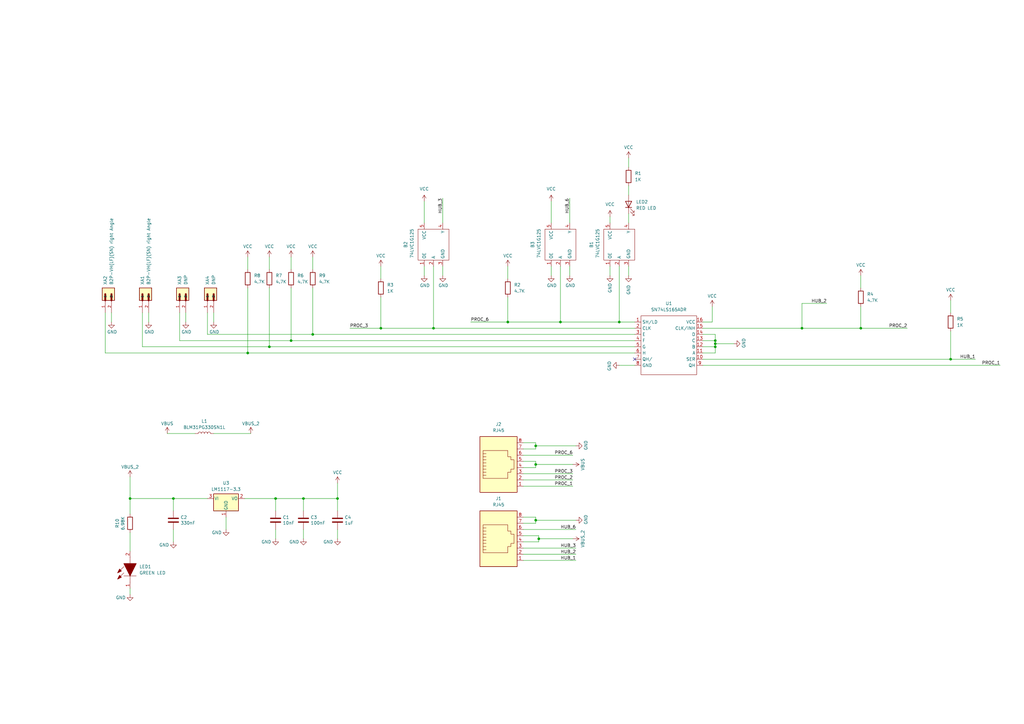
<source format=kicad_sch>
(kicad_sch (version 20231120) (generator "eeschema") (generator_version "8.0")
  (paper "A3")
  (lib_symbols
    (symbol "150080VS75000:150080VS75000" (pin_names (offset 0.762))
      (property "Reference" "LED" (at 12.7 8.89 0))
      (property "Value" "150080VS75000" (at 12.7 6.35 0))
      (symbol "150080VS75000_0_0"
        (pin passive line (at 0 0 0) (length 2.54) (name "~") (number "1"))
        (pin passive line (at 15.24 0 180) (length 2.54) (name "~") (number "2"))
      )
      (symbol "150080VS75000_0_1"
        (polyline (pts (xy 2.54 0) (xy 5.08 0)) (stroke (width 0.1524)))
        (polyline (pts (xy 5.08 2.54) (xy 5.08 -2.54)) (stroke (width 0.1524)))
        (polyline (pts (xy 6.35 2.54) (xy 3.81 5.08)) (stroke (width 0.1524)))
        (polyline (pts (xy 8.89 2.54) (xy 6.35 5.08)) (stroke (width 0.1524)))
        (polyline (pts (xy 10.16 0) (xy 12.7 0)) (stroke (width 0.1524)))
        (polyline (pts (xy 5.08 0) (xy 10.16 2.54) (xy 10.16 -2.54) (xy 5.08 0)) (stroke (width 0.254)) (fill (type outline)))
        (polyline (pts (xy 5.334 4.318) (xy 4.572 3.556) (xy 3.81 5.08) (xy 5.334 4.318)) (stroke (width 0.254)) (fill (type outline)))
        (polyline (pts (xy 7.874 4.318) (xy 7.112 3.556) (xy 6.35 5.08) (xy 7.874 4.318)) (stroke (width 0.254)) (fill (type outline)))
      )
    )
    (symbol "B2P-VH_LF__SN_:B2P-VH(LF)(SN)" (pin_names (offset 1.016))
      (property "Reference" "XA" (at -2.54 2.54 0))
      (property "Value" "B2P-VH(LF)(SN)" (at -2.54 -3.81 0))
      (symbol "B2P-VH(LF)(SN)_0_0"
        (rectangle (start -2.54 -2.54) (end 2.54 2.54) (stroke (width 0.254)) (fill (type background)))
        (polyline (pts (xy -2.54 -1.27) (xy 0 -1.27)) (stroke (width 0.762)))
        (polyline (pts (xy -2.54 1.27) (xy 0 1.27)) (stroke (width 0.762)))
        (pin passive line (at -7.62 1.27 0) (length 5.08) (name "1") (number "1"))
        (pin passive line (at -7.62 -1.27 0) (length 5.08) (name "2") (number "2"))
      )
    )
    (symbol "Connector:RJ45" (pin_names (offset 1.016))
      (property "Reference" "J" (at -5.08 13.97 0))
      (property "Value" "RJ45" (at 2.54 13.97 0))
      (symbol "RJ45_0_1"
        (polyline (pts (xy -5.08 4.445) (xy -6.35 4.445)))
        (polyline (pts (xy -5.08 5.715) (xy -6.35 5.715)))
        (polyline (pts (xy -6.35 -3.175) (xy -5.08 -3.175) (xy -5.08 -3.175)))
        (polyline (pts (xy -6.35 -1.905) (xy -5.08 -1.905) (xy -5.08 -1.905)))
        (polyline (pts (xy -6.35 -0.635) (xy -5.08 -0.635) (xy -5.08 -0.635)))
        (polyline (pts (xy -6.35 0.635) (xy -5.08 0.635) (xy -5.08 0.635)))
        (polyline (pts (xy -6.35 1.905) (xy -5.08 1.905) (xy -5.08 1.905)))
        (polyline (pts (xy -5.08 3.175) (xy -6.35 3.175) (xy -6.35 3.175)))
        (polyline (pts (xy -6.35 -4.445) (xy -6.35 6.985) (xy 3.81 6.985) (xy 3.81 4.445) (xy 5.08 4.445) (xy 5.08 3.175) (xy 6.35 3.175) (xy 6.35 -0.635) (xy 5.08 -0.635) (xy 5.08 -1.905) (xy 3.81 -1.905) (xy 3.81 -4.445) (xy -6.35 -4.445) (xy -6.35 -4.445)))
        (rectangle (start 7.62 12.7) (end -7.62 -10.16) (stroke (width 0.254)) (fill (type background)))
      )
      (symbol "RJ45_1_1"
        (pin passive line (at 10.16 -7.62 180) (length 2.54) (name "~") (number "1"))
        (pin passive line (at 10.16 -5.08 180) (length 2.54) (name "~") (number "2"))
        (pin passive line (at 10.16 -2.54 180) (length 2.54) (name "~") (number "3"))
        (pin passive line (at 10.16 0 180) (length 2.54) (name "~") (number "4"))
        (pin passive line (at 10.16 2.54 180) (length 2.54) (name "~") (number "5"))
        (pin passive line (at 10.16 5.08 180) (length 2.54) (name "~") (number "6"))
        (pin passive line (at 10.16 7.62 180) (length 2.54) (name "~") (number "7"))
        (pin passive line (at 10.16 10.16 180) (length 2.54) (name "~") (number "8"))
      )
    )
    (symbol "Device:C" (pin_numbers hide) (pin_names (offset 0.254))
      (property "Reference" "C" (at 0.635 2.54 0))
      (property "Value" "C" (at 0.635 -2.54 0))
      (symbol "C_0_1"
        (polyline (pts (xy -2.032 -0.762) (xy 2.032 -0.762)) (stroke (width 0.508)))
        (polyline (pts (xy -2.032 0.762) (xy 2.032 0.762)) (stroke (width 0.508)))
      )
      (symbol "C_1_1"
        (pin passive line (at 0 3.81 270) (length 2.794) (name "~") (number "1"))
        (pin passive line (at 0 -3.81 90) (length 2.794) (name "~") (number "2"))
      )
    )
    (symbol "Device:L" (pin_numbers hide) (pin_names (offset 1.016) hide)
      (property "Reference" "L" (at -1.27 0 90))
      (property "Value" "L" (at 1.905 0 90))
      (symbol "L_0_1"
        (arc (start 0 -2.54) (mid 0.6323 -1.905) (end 0 -1.27))
        (arc (start 0 -1.27) (mid 0.6323 -0.635) (end 0 0))
        (arc (start 0 0) (mid 0.6323 0.635) (end 0 1.27))
        (arc (start 0 1.27) (mid 0.6323 1.905) (end 0 2.54))
      )
      (symbol "L_1_1"
        (pin passive line (at 0 3.81 270) (length 1.27) (name "1") (number "1"))
        (pin passive line (at 0 -3.81 90) (length 1.27) (name "2") (number "2"))
      )
    )
    (symbol "Device:LED" (pin_numbers hide) (pin_names (offset 1.016) hide)
      (property "Reference" "D" (at 0 2.54 0))
      (property "Value" "LED" (at 0 -2.54 0))
      (symbol "LED_0_1"
        (polyline (pts (xy -1.27 -1.27) (xy -1.27 1.27)) (stroke (width 0.254)))
        (polyline (pts (xy -1.27 0) (xy 1.27 0)))
        (polyline (pts (xy 1.27 -1.27) (xy 1.27 1.27) (xy -1.27 0) (xy 1.27 -1.27)) (stroke (width 0.254)))
        (polyline (pts (xy -3.048 -0.762) (xy -4.572 -2.286) (xy -3.81 -2.286) (xy -4.572 -2.286) (xy -4.572 -1.524)))
        (polyline (pts (xy -1.778 -0.762) (xy -3.302 -2.286) (xy -2.54 -2.286) (xy -3.302 -2.286) (xy -3.302 -1.524)))
      )
      (symbol "LED_1_1"
        (pin passive line (at -3.81 0 0) (length 2.54) (name "K") (number "1"))
        (pin passive line (at 3.81 0 180) (length 2.54) (name "A") (number "2"))
      )
    )
    (symbol "Device:R" (pin_numbers hide) (pin_names (offset 0))
      (property "Reference" "R" (at 2.032 0 90))
      (property "Value" "R" (at 0 0 90))
      (symbol "R_0_1"
        (rectangle (start -1.016 -2.54) (end 1.016 2.54) (stroke (width 0.254)))
      )
      (symbol "R_1_1"
        (pin passive line (at 0 3.81 270) (length 1.27) (name "~") (number "1"))
        (pin passive line (at 0 -3.81 90) (length 1.27) (name "~") (number "2"))
      )
    )
    (symbol "Regulator_Linear:LM1117-3.3" (pin_names (offset 0.254))
      (property "Reference" "U" (at -3.81 3.175 0))
      (property "Value" "LM1117-3.3" (at 0 3.175 0))
      (symbol "LM1117-3.3_0_1"
        (rectangle (start -5.08 -5.08) (end 5.08 1.905) (stroke (width 0.254)) (fill (type background)))
      )
      (symbol "LM1117-3.3_1_1"
        (pin power_in line (at 0 -7.62 90) (length 2.54) (name "GND") (number "1"))
        (pin power_out line (at 7.62 0 180) (length 2.54) (name "VO") (number "2"))
        (pin power_in line (at -7.62 0 0) (length 2.54) (name "VI") (number "3"))
      )
    )
    (symbol "Symbol:74LVC1G125"
      (property "Reference" "U" (at 0 2.032 0))
      (property "Value" " 74LVC1G125" (at 0 0 0))
      (symbol "74LVC1G125_0_1"
        (rectangle (start -6.35 -2.54) (end 6.35 -15.24))
      )
      (symbol "74LVC1G125_1_1"
        (pin bidirectional line (at -8.89 -5.08 0) (length 2.54) (name "OE") (number "1"))
        (pin bidirectional line (at -8.89 -8.89 0) (length 2.54) (name "A") (number "2"))
        (pin bidirectional line (at -8.89 -12.7 0) (length 2.54) (name "GND") (number "3"))
        (pin bidirectional line (at 8.89 -12.7 180) (length 2.54) (name "Y") (number "4"))
        (pin bidirectional line (at 8.89 -5.08 180) (length 2.54) (name "VCC") (number "5"))
      )
    )
    (symbol "Symbol:SN74LS165ADR"
      (property "Reference" "U1" (at 0 7.62 0))
      (property "Value" "SN74LS165ADR" (at 0 5.08 0))
      (symbol "SN74LS165ADR_1_1"
        (rectangle (start -11.43 2.54) (end 11.43 -21.59))
        (pin bidirectional line (at -13.97 0 0) (length 2.54) (name "SH/LD") (number "1"))
        (pin bidirectional line (at 13.97 -15.24 180) (length 2.54) (name "SER") (number "10"))
        (pin bidirectional line (at 13.97 -12.7 180) (length 2.54) (name "A") (number "11"))
        (pin bidirectional line (at 13.97 -10.16 180) (length 2.54) (name "B") (number "12"))
        (pin bidirectional line (at 13.97 -7.62 180) (length 2.54) (name "C") (number "13"))
        (pin bidirectional line (at 13.97 -5.08 180) (length 2.54) (name "D") (number "14"))
        (pin bidirectional line (at 13.97 -2.54 180) (length 2.54) (name "CLK/INH") (number "15"))
        (pin bidirectional line (at 13.97 0 180) (length 2.54) (name "VCC") (number "16"))
        (pin bidirectional line (at -13.97 -2.54 0) (length 2.54) (name "CLK") (number "2"))
        (pin bidirectional line (at -13.97 -5.08 0) (length 2.54) (name "E") (number "3"))
        (pin bidirectional line (at -13.97 -7.62 0) (length 2.54) (name "F") (number "4"))
        (pin bidirectional line (at -13.97 -10.16 0) (length 2.54) (name "G") (number "5"))
        (pin bidirectional line (at -13.97 -12.7 0) (length 2.54) (name "H") (number "6"))
        (pin bidirectional line (at -13.97 -15.24 0) (length 2.54) (name "QH/") (number "7"))
        (pin bidirectional line (at -13.97 -17.78 0) (length 2.54) (name "GND") (number "8"))
        (pin bidirectional line (at 13.97 -17.78 180) (length 2.54) (name "QH") (number "9"))
      )
    )
    (symbol "power:GND" (power) (pin_names (offset 0))
      (property "Value" "GND" (at 0 -3.81 0))
      (symbol "GND_0_1"
        (polyline (pts (xy 0 0) (xy 0 -1.27) (xy 1.27 -1.27) (xy 0 -2.54) (xy -1.27 -1.27) (xy 0 -1.27)))
      )
      (symbol "GND_1_1"
        (pin power_in line (at 0 0 270) (length 0) hide (name "GND") (number "1"))
      )
    )
    (symbol "power:VBUS" (power) (pin_names (offset 0))
      (property "Value" "VBUS" (at 0 3.81 0))
      (symbol "VBUS_0_1"
        (polyline (pts (xy -0.762 1.27) (xy 0 2.54)))
        (polyline (pts (xy 0 0) (xy 0 2.54)))
        (polyline (pts (xy 0 2.54) (xy 0.762 1.27)))
      )
      (symbol "VBUS_1_1"
        (pin power_in line (at 0 0 90) (length 0) hide (name "VBUS") (number "1"))
      )
    )
    (symbol "power:VCC" (power) (pin_names (offset 0))
      (property "Value" "VCC" (at 0 3.81 0))
      (symbol "VCC_0_1"
        (polyline (pts (xy -0.762 1.27) (xy 0 2.54)))
        (polyline (pts (xy 0 0) (xy 0 2.54)))
        (polyline (pts (xy 0 2.54) (xy 0.762 1.27)))
      )
      (symbol "VCC_1_1"
        (pin power_in line (at 0 0 90) (length 0) hide (name "VCC") (number "1"))
      )
    )
  )
  (junction (at 220.98 220.98))
  (junction (at 293.37 142.24))
  (junction (at 219.71 190.5))
  (junction (at 110.49 142.24))
  (junction (at 53.34 204.47))
  (junction (at 128.27 137.16))
  (junction (at 208.28 132.08))
  (junction (at 219.71 213.36))
  (junction (at 219.71 182.88))
  (junction (at 71.12 204.47))
  (junction (at 254 132.08))
  (junction (at 177.8 134.62))
  (junction (at 156.21 134.62))
  (junction (at 113.03 204.47))
  (junction (at 229.87 132.08))
  (junction (at 101.6 144.78))
  (junction (at 138.43 204.47))
  (junction (at 119.38 139.7))
  (junction (at 293.37 140.97))
  (junction (at 389.89 147.32))
  (junction (at 353.06 134.62))
  (junction (at 293.37 139.7))
  (junction (at 328.93 134.62))
  (junction (at 124.46 204.47))
  (no_connect (at 260.35 147.32))
  (wire (pts (xy 53.34 243.84) (xy 53.34 241.3)))
  (wire (pts (xy 220.98 220.98) (xy 220.98 222.25)))
  (wire (pts (xy 101.6 144.78) (xy 260.35 144.78)))
  (wire (pts (xy 87.63 177.8) (xy 102.87 177.8)))
  (wire (pts (xy 110.49 105.41) (xy 110.49 110.49)))
  (wire (pts (xy 53.34 226.06) (xy 53.34 218.44)))
  (wire (pts (xy 119.38 105.41) (xy 119.38 110.49)))
  (wire (pts (xy 138.43 217.17) (xy 138.43 220.98)))
  (wire (pts (xy 124.46 217.17) (xy 124.46 220.98)))
  (wire (pts (xy 214.63 227.33) (xy 236.22 227.33)))
  (wire (pts (xy 71.12 217.17) (xy 71.12 222.25)))
  (wire (pts (xy 219.71 181.61) (xy 219.71 182.88)))
  (wire (pts (xy 156.21 121.92) (xy 156.21 134.62)))
  (wire (pts (xy 288.29 139.7) (xy 293.37 139.7)))
  (wire (pts (xy 234.95 186.69) (xy 214.63 186.69)))
  (wire (pts (xy 254 109.22) (xy 254 132.08)))
  (wire (pts (xy 138.43 204.47) (xy 138.43 209.55)))
  (wire (pts (xy 43.18 144.78) (xy 101.6 144.78)))
  (wire (pts (xy 58.42 142.24) (xy 110.49 142.24)))
  (wire (pts (xy 73.66 128.27) (xy 73.66 139.7)))
  (wire (pts (xy 177.8 109.22) (xy 177.8 134.62)))
  (wire (pts (xy 173.99 91.44) (xy 173.99 82.55)))
  (wire (pts (xy 288.29 149.86) (xy 410.21 149.86)))
  (wire (pts (xy 214.63 196.85) (xy 234.95 196.85)))
  (wire (pts (xy 110.49 118.11) (xy 110.49 142.24)))
  (wire (pts (xy 389.89 135.89) (xy 389.89 147.32)))
  (wire (pts (xy 339.09 124.46) (xy 328.93 124.46)))
  (wire (pts (xy 85.09 137.16) (xy 128.27 137.16)))
  (wire (pts (xy 233.68 81.28) (xy 233.68 91.44)))
  (wire (pts (xy 220.98 220.98) (xy 234.95 220.98)))
  (wire (pts (xy 181.61 81.28) (xy 181.61 91.44)))
  (wire (pts (xy 353.06 125.73) (xy 353.06 134.62)))
  (wire (pts (xy 101.6 105.41) (xy 101.6 110.49)))
  (wire (pts (xy 257.81 76.2) (xy 257.81 80.01)))
  (wire (pts (xy 220.98 219.71) (xy 220.98 220.98)))
  (wire (pts (xy 214.63 189.23) (xy 219.71 189.23)))
  (wire (pts (xy 236.22 213.36) (xy 219.71 213.36)))
  (wire (pts (xy 229.87 109.22) (xy 229.87 132.08)))
  (wire (pts (xy 87.63 132.08) (xy 87.63 128.27)))
  (wire (pts (xy 293.37 139.7) (xy 293.37 140.97)))
  (wire (pts (xy 101.6 118.11) (xy 101.6 144.78)))
  (wire (pts (xy 60.96 128.27) (xy 60.96 132.08)))
  (wire (pts (xy 68.58 177.8) (xy 80.01 177.8)))
  (wire (pts (xy 389.89 147.32) (xy 400.05 147.32)))
  (wire (pts (xy 124.46 204.47) (xy 138.43 204.47)))
  (wire (pts (xy 138.43 198.12) (xy 138.43 204.47)))
  (wire (pts (xy 128.27 118.11) (xy 128.27 137.16)))
  (wire (pts (xy 208.28 109.22) (xy 208.28 114.3)))
  (wire (pts (xy 73.66 139.7) (xy 119.38 139.7)))
  (wire (pts (xy 219.71 190.5) (xy 219.71 191.77)))
  (wire (pts (xy 328.93 124.46) (xy 328.93 134.62)))
  (wire (pts (xy 76.2 132.08) (xy 76.2 128.27)))
  (wire (pts (xy 293.37 137.16) (xy 293.37 139.7)))
  (wire (pts (xy 173.99 113.03) (xy 173.99 109.22)))
  (wire (pts (xy 236.22 224.79) (xy 214.63 224.79)))
  (wire (pts (xy 257.81 64.77) (xy 257.81 68.58)))
  (wire (pts (xy 156.21 134.62) (xy 177.8 134.62)))
  (wire (pts (xy 193.04 132.08) (xy 208.28 132.08)))
  (wire (pts (xy 71.12 209.55) (xy 71.12 204.47)))
  (wire (pts (xy 229.87 132.08) (xy 254 132.08)))
  (wire (pts (xy 219.71 213.36) (xy 219.71 214.63)))
  (wire (pts (xy 53.34 204.47) (xy 53.34 210.82)))
  (wire (pts (xy 181.61 113.03) (xy 181.61 109.22)))
  (wire (pts (xy 226.06 113.03) (xy 226.06 109.22)))
  (wire (pts (xy 236.22 217.17) (xy 214.63 217.17)))
  (wire (pts (xy 113.03 217.17) (xy 113.03 220.98)))
  (wire (pts (xy 219.71 212.09) (xy 219.71 213.36)))
  (wire (pts (xy 128.27 105.41) (xy 128.27 110.49)))
  (wire (pts (xy 214.63 214.63) (xy 219.71 214.63)))
  (wire (pts (xy 219.71 184.15) (xy 214.63 184.15)))
  (wire (pts (xy 128.27 137.16) (xy 260.35 137.16)))
  (wire (pts (xy 85.09 128.27) (xy 85.09 137.16)))
  (wire (pts (xy 124.46 209.55) (xy 124.46 204.47)))
  (wire (pts (xy 143.51 134.62) (xy 156.21 134.62)))
  (wire (pts (xy 71.12 204.47) (xy 85.09 204.47)))
  (wire (pts (xy 257.81 87.63) (xy 257.81 91.44)))
  (wire (pts (xy 100.33 204.47) (xy 113.03 204.47)))
  (wire (pts (xy 58.42 128.27) (xy 58.42 142.24)))
  (wire (pts (xy 214.63 199.39) (xy 234.95 199.39)))
  (wire (pts (xy 293.37 142.24) (xy 293.37 144.78)))
  (wire (pts (xy 288.29 147.32) (xy 389.89 147.32)))
  (wire (pts (xy 220.98 219.71) (xy 214.63 219.71)))
  (wire (pts (xy 219.71 189.23) (xy 219.71 190.5)))
  (wire (pts (xy 288.29 134.62) (xy 328.93 134.62)))
  (wire (pts (xy 328.93 134.62) (xy 353.06 134.62)))
  (wire (pts (xy 156.21 109.22) (xy 156.21 114.3)))
  (wire (pts (xy 254 149.86) (xy 260.35 149.86)))
  (wire (pts (xy 236.22 182.88) (xy 219.71 182.88)))
  (wire (pts (xy 119.38 139.7) (xy 260.35 139.7)))
  (wire (pts (xy 234.95 190.5) (xy 219.71 190.5)))
  (wire (pts (xy 353.06 113.03) (xy 353.06 118.11)))
  (wire (pts (xy 254 132.08) (xy 260.35 132.08)))
  (wire (pts (xy 219.71 191.77) (xy 214.63 191.77)))
  (wire (pts (xy 292.1 132.08) (xy 292.1 125.73)))
  (wire (pts (xy 233.68 113.03) (xy 233.68 109.22)))
  (wire (pts (xy 113.03 209.55) (xy 113.03 204.47)))
  (wire (pts (xy 119.38 118.11) (xy 119.38 139.7)))
  (wire (pts (xy 250.19 113.03) (xy 250.19 109.22)))
  (wire (pts (xy 43.18 128.27) (xy 43.18 144.78)))
  (wire (pts (xy 53.34 204.47) (xy 71.12 204.47)))
  (wire (pts (xy 208.28 132.08) (xy 229.87 132.08)))
  (wire (pts (xy 288.29 137.16) (xy 293.37 137.16)))
  (wire (pts (xy 214.63 194.31) (xy 234.95 194.31)))
  (wire (pts (xy 92.71 212.09) (xy 92.71 217.17)))
  (wire (pts (xy 353.06 134.62) (xy 372.11 134.62)))
  (wire (pts (xy 226.06 91.44) (xy 226.06 82.55)))
  (wire (pts (xy 214.63 229.87) (xy 236.22 229.87)))
  (wire (pts (xy 110.49 142.24) (xy 260.35 142.24)))
  (wire (pts (xy 293.37 140.97) (xy 293.37 142.24)))
  (wire (pts (xy 288.29 144.78) (xy 293.37 144.78)))
  (wire (pts (xy 208.28 121.92) (xy 208.28 132.08)))
  (wire (pts (xy 293.37 140.97) (xy 300.99 140.97)))
  (wire (pts (xy 389.89 123.19) (xy 389.89 128.27)))
  (wire (pts (xy 288.29 142.24) (xy 293.37 142.24)))
  (wire (pts (xy 219.71 181.61) (xy 214.63 181.61)))
  (wire (pts (xy 250.19 91.44) (xy 250.19 88.9)))
  (wire (pts (xy 177.8 134.62) (xy 260.35 134.62)))
  (wire (pts (xy 288.29 132.08) (xy 292.1 132.08)))
  (wire (pts (xy 214.63 222.25) (xy 220.98 222.25)))
  (wire (pts (xy 257.81 113.03) (xy 257.81 109.22)))
  (wire (pts (xy 113.03 204.47) (xy 124.46 204.47)))
  (wire (pts (xy 53.34 195.58) (xy 53.34 204.47)))
  (wire (pts (xy 219.71 182.88) (xy 219.71 184.15)))
  (wire (pts (xy 45.72 128.27) (xy 45.72 132.08)))
  (wire (pts (xy 219.71 212.09) (xy 214.63 212.09)))
  (label "PROC_6" (at 234.95 186.69 180))
  (label "PROC_1" (at 410.21 149.86 180))
  (label "PROC_6" (at 193.04 132.08 0))
  (label "HUB_6" (at 233.68 81.28 270))
  (label "HUB_1" (at 236.22 229.87 180))
  (label "PROC_2" (at 372.11 134.62 180))
  (label "HUB_3" (at 236.22 224.79 180))
  (label "PROC_3" (at 234.95 194.31 180))
  (label "PROC_1" (at 234.95 199.39 180))
  (label "HUB_2" (at 236.22 227.33 180))
  (label "HUB_3" (at 181.61 81.28 270))
  (label "PROC_2" (at 234.95 196.85 180))
  (label "HUB_2" (at 339.09 124.46 180))
  (label "PROC_3" (at 143.51 134.62 0))
  (label "HUB_1" (at 400.05 147.32 180))
  (label "HUB_6" (at 236.22 217.17 180))
  (symbol (lib_id "power:VBUS") (at 68.58 177.8 0) (unit 1)
    (property "Reference" "#PWR026" (effects (hide yes)))
    (property "Value" "VBUS" (at 68.58 173.736 0))
  )
  (symbol (lib_id "B2P-VH_LF__SN_:B2P-VH(LF)(SN)") (at 74.93 120.65 90) (unit 1)
    (property "Reference" "XA3" (at 73.6599 116.84 0) (effects (justify left)))
    (property "Value" "DNP" (at 76.1999 116.84 0) (effects (justify left)))
    (property "Footprint" "Connector_Hirose:Hirose_DF63M-2P-3.96DSA_1x02_P3.96mm_Vertical" (effects (hide yes)))
    (property "MANUFACTURER" "JST" (effects (hide yes)))
  )
  (symbol (lib_id "Device:R") (at 389.89 132.08 0) (unit 1)
    (property "Reference" "R5" (at 392.43 130.8099 0) (effects (justify left)))
    (property "Value" "1K" (at 392.43 133.3499 0) (effects (justify left)))
    (property "Footprint" "Resistor_SMD:R_0603_1608Metric" (effects (hide yes)))
    (property "Description" "Resistor" (effects (hide yes)))
  )
  (symbol (lib_id "power:GND") (at 236.22 182.88 90) (unit 1)
    (property "Reference" "#PWR034" (effects (hide yes)))
    (property "Value" "GND" (at 240.284 182.626 0))
    (property "Description" "Power symbol creates a global label with name \"GND\" , ground" (effects (hide yes)))
  )
  (symbol (lib_id "B2P-VH_LF__SN_:B2P-VH(LF)(SN)") (at 86.36 120.65 90) (unit 1)
    (property "Reference" "XA4" (at 85.0899 116.84 0) (effects (justify left)))
    (property "Value" "DNP" (at 87.6299 116.84 0) (effects (justify left)))
    (property "Footprint" "Connector_Hirose:Hirose_DF63M-2P-3.96DSA_1x02_P3.96mm_Vertical" (effects (hide yes)))
    (property "MANUFACTURER" "JST" (effects (hide yes)))
  )
  (symbol (lib_id "power:VCC") (at 226.06 82.55 0) (unit 1)
    (property "Reference" "#PWR07" (effects (hide yes)))
    (property "Value" "VCC" (at 226.06 77.47 0))
    (property "Description" "Power symbol creates a global label with name \"VCC\"" (effects (hide yes)))
  )
  (symbol (lib_id "power:VCC") (at 110.49 105.41 0) (unit 1)
    (property "Reference" "#PWR017" (effects (hide yes)))
    (property "Value" "VCC" (at 110.49 101.092 0))
    (property "Description" "Power symbol creates a global label with name \"VCC\"" (effects (hide yes)))
  )
  (symbol (lib_id "Device:R") (at 101.6 114.3 0) (unit 1)
    (property "Reference" "R8" (at 104.14 113.0299 0) (effects (justify left)))
    (property "Value" "4.7K" (at 104.14 115.5699 0) (effects (justify left)))
    (property "Footprint" "Resistor_SMD:R_0603_1608Metric" (effects (hide yes)))
    (property "Description" "Resistor" (effects (hide yes)))
  )
  (symbol (lib_id "power:GND") (at 254 149.86 270) (unit 1)
    (property "Reference" "#PWR024" (effects (hide yes)))
    (property "Value" "GND" (at 249.936 150.114 0))
    (property "Description" "Power symbol creates a global label with name \"GND\" , ground" (effects (hide yes)))
  )
  (symbol (lib_id "power:GND") (at 236.22 213.36 90) (unit 1)
    (property "Reference" "#PWR036" (effects (hide yes)))
    (property "Value" "GND" (at 240.284 213.106 0))
    (property "Description" "Power symbol creates a global label with name \"GND\" , ground" (effects (hide yes)))
  )
  (symbol (lib_id "power:VCC") (at 128.27 105.41 0) (unit 1)
    (property "Reference" "#PWR019" (effects (hide yes)))
    (property "Value" "VCC" (at 128.27 101.092 0))
    (property "Description" "Power symbol creates a global label with name \"VCC\"" (effects (hide yes)))
  )
  (symbol (lib_id "150080VS75000:150080VS75000") (at 53.34 241.3 90) (unit 1)
    (property "Reference" "LED1" (at 57.15 232.4099 90) (effects (justify right)))
    (property "Value" "GREEN LED" (at 57.15 234.9499 90) (effects (justify right)))
    (property "Footprint" "LED_SMD:LED_0805_2012Metric" (effects (hide yes)))
  )
  (symbol (lib_id "power:GND") (at 250.19 113.03 0) (unit 1)
    (property "Reference" "#PWR02" (effects (hide yes)))
    (property "Value" "GND" (at 250.19 118.11 90))
    (property "Description" "Power symbol creates a global label with name \"GND\" , ground" (effects (hide yes)))
  )
  (symbol (lib_id "power:VCC") (at 156.21 109.22 0) (unit 1)
    (property "Reference" "#PWR09" (effects (hide yes)))
    (property "Value" "VCC" (at 156.21 104.902 0))
    (property "Description" "Power symbol creates a global label with name \"VCC\"" (effects (hide yes)))
  )
  (symbol (lib_id "power:GND") (at 226.06 113.03 0) (unit 1)
    (property "Reference" "#PWR06" (effects (hide yes)))
    (property "Value" "GND" (at 226.314 117.094 0))
    (property "Description" "Power symbol creates a global label with name \"GND\" , ground" (effects (hide yes)))
  )
  (symbol (lib_id "Device:LED") (at 257.81 83.82 90) (unit 1)
    (property "Reference" "LED2" (at 260.858 82.804 90) (effects (justify right)))
    (property "Value" "RED LED" (at 260.858 85.344 90) (effects (justify right)))
    (property "Footprint" "LED_SMD:LED_0805_2012Metric" (effects (hide yes)))
  )
  (symbol (lib_id "power:GND") (at 53.34 243.84 0) (unit 1)
    (property "Reference" "#PWR029" (effects (hide yes)))
    (property "Value" "GND" (at 49.53 245.11 0))
  )
  (symbol (lib_id "Device:R") (at 119.38 114.3 0) (unit 1)
    (property "Reference" "R6" (at 121.92 113.0299 0) (effects (justify left)))
    (property "Value" "4.7K" (at 121.92 115.5699 0) (effects (justify left)))
    (property "Footprint" "Resistor_SMD:R_0603_1608Metric" (effects (hide yes)))
    (property "Description" "Resistor" (effects (hide yes)))
  )
  (symbol (lib_id "power:VCC") (at 208.28 109.22 0) (unit 1)
    (property "Reference" "#PWR08" (effects (hide yes)))
    (property "Value" "VCC" (at 208.28 104.902 0))
    (property "Description" "Power symbol creates a global label with name \"VCC\"" (effects (hide yes)))
  )
  (symbol (lib_id "Device:R") (at 257.81 72.39 0) (unit 1)
    (property "Reference" "R1" (at 260.35 71.1199 0) (effects (justify left)))
    (property "Value" "1K" (at 260.35 73.6599 0) (effects (justify left)))
    (property "Footprint" "Resistor_SMD:R_0603_1608Metric" (effects (hide yes)))
    (property "Description" "Resistor" (effects (hide yes)))
  )
  (symbol (lib_id "power:VCC") (at 250.19 88.9 0) (unit 1)
    (property "Reference" "#PWR04" (effects (hide yes)))
    (property "Value" "VCC" (at 250.19 83.82 0))
    (property "Description" "Power symbol creates a global label with name \"VCC\"" (effects (hide yes)))
  )
  (symbol (lib_id "Regulator_Linear:LM1117-3.3") (at 92.71 204.47 0) (unit 1)
    (property "Reference" "U3" (at 92.71 198.12 0))
    (property "Value" "LM1117-3.3" (at 92.71 200.66 0))
    (property "Footprint" "Package_TO_SOT_SMD:SOT-223-3_TabPin2" (effects (hide yes)))
    (property "Datasheet" "http://www.ti.com/lit/ds/symlink/lm1117.pdf" (effects (hide yes)))
  )
  (symbol (lib_id "Symbol:74LVC1G125") (at 168.91 100.33 90) (unit 1)
    (property "Reference" "B2" (at 166.37 100.33 0))
    (property "Value" " 74LVC1G125" (at 168.91 100.33 0))
    (property "Footprint" "Package_TO_SOT_SMD:SOT-353_SC-70-5" (effects (hide yes)))
    (property "Datasheet" "https://www.ti.com/lit/ds/symlink/sn74lvc1g125.pdf?HQS=dis-dk-null-digikeymode-dsf-pf-null-wwe&ts=1720731734371&ref_url=https%253A%252F%252Fwww.ti.com%252Fgeneral%252Fdocs%252Fsuppproductinfo.tsp%253FdistId%253D10%2526gotoUrl%253Dhttps%253A%252F%252Fwww.ti.com%252Flit%252Fgpn%252Fsn74lvc1g125" (effects (hide yes)))
  )
  (symbol (lib_id "power:GND") (at 92.71 217.17 0) (unit 1)
    (property "Reference" "#PWR037" (effects (hide yes)))
    (property "Value" "GND" (at 88.9 218.44 0))
  )
  (symbol (lib_id "power:GND") (at 71.12 222.25 0) (unit 1)
    (property "Reference" "#PWR038" (effects (hide yes)))
    (property "Value" "GND" (at 67.31 223.52 0))
  )
  (symbol (lib_id "power:GND") (at 181.61 113.03 0) (unit 1)
    (property "Reference" "#PWR012" (effects (hide yes)))
    (property "Value" "GND" (at 183.896 117.094 0) (effects (justify right)))
    (property "Description" "Power symbol creates a global label with name \"GND\" , ground" (effects (hide yes)))
  )
  (symbol (lib_id "Device:C") (at 124.46 213.36 0) (unit 1)
    (property "Reference" "C3" (at 127.381 212.1916 0) (effects (justify left)))
    (property "Value" "100nF" (at 127.381 214.503 0) (effects (justify left)))
    (property "Footprint" "Capacitor_SMD:C_0603_1608Metric" (effects (hide yes)))
  )
  (symbol (lib_id "Device:C") (at 71.12 213.36 0) (unit 1)
    (property "Reference" "C2" (at 74.041 212.1916 0) (effects (justify left)))
    (property "Value" "330nF" (at 74.041 214.503 0) (effects (justify left)))
    (property "Footprint" "Capacitor_SMD:C_0603_1608Metric" (effects (hide yes)))
  )
  (symbol (lib_id "power:GND") (at 113.03 220.98 0) (unit 1)
    (property "Reference" "#PWR032" (effects (hide yes)))
    (property "Value" "GND" (at 109.22 222.25 0))
  )
  (symbol (lib_id "power:VCC") (at 173.99 82.55 0) (unit 1)
    (property "Reference" "#PWR010" (effects (hide yes)))
    (property "Value" "VCC" (at 173.99 77.47 0))
    (property "Description" "Power symbol creates a global label with name \"VCC\"" (effects (hide yes)))
  )
  (symbol (lib_id "power:VCC") (at 119.38 105.41 0) (unit 1)
    (property "Reference" "#PWR016" (effects (hide yes)))
    (property "Value" "VCC" (at 119.38 101.092 0))
    (property "Description" "Power symbol creates a global label with name \"VCC\"" (effects (hide yes)))
  )
  (symbol (lib_id "power:VBUS") (at 53.34 195.58 0) (unit 1)
    (property "Reference" "#PWR028" (effects (hide yes)))
    (property "Value" "VBUS_2" (at 53.34 191.516 0))
  )
  (symbol (lib_id "power:GND") (at 300.99 140.97 90) (unit 1)
    (property "Reference" "#PWR014" (effects (hide yes)))
    (property "Value" "GND" (at 305.054 140.716 0))
    (property "Description" "Power symbol creates a global label with name \"GND\" , ground" (effects (hide yes)))
  )
  (symbol (lib_id "power:VBUS") (at 234.95 190.5 270) (unit 1)
    (property "Reference" "#PWR033" (effects (hide yes)))
    (property "Value" "VBUS" (at 239.014 190.5 0))
  )
  (symbol (lib_id "power:VCC") (at 353.06 113.03 0) (unit 1)
    (property "Reference" "#PWR025" (effects (hide yes)))
    (property "Value" "VCC" (at 353.06 108.712 0))
    (property "Description" "Power symbol creates a global label with name \"VCC\"" (effects (hide yes)))
  )
  (symbol (lib_id "Device:R") (at 353.06 121.92 0) (unit 1)
    (property "Reference" "R4" (at 355.6 120.6499 0) (effects (justify left)))
    (property "Value" "4.7K" (at 355.6 123.1899 0) (effects (justify left)))
    (property "Footprint" "Resistor_SMD:R_0603_1608Metric" (effects (hide yes)))
    (property "Description" "Resistor" (effects (hide yes)))
  )
  (symbol (lib_id "Device:C") (at 138.43 213.36 0) (unit 1)
    (property "Reference" "C4" (at 141.351 212.1916 0) (effects (justify left)))
    (property "Value" "1uF" (at 141.351 214.503 0) (effects (justify left)))
    (property "Footprint" "Capacitor_SMD:C_0603_1608Metric" (effects (hide yes)))
  )
  (symbol (lib_id "B2P-VH_LF__SN_:B2P-VH(LF)(SN)") (at 59.69 120.65 90) (unit 1)
    (property "Reference" "XA1" (at 58.4199 116.84 0) (effects (justify left)))
    (property "Value" "B2P-VH(LF)(SN) right Angle" (at 60.9599 116.84 0) (effects (justify left)))
    (property "Footprint" "Connector_Hirose:Hirose_DF63M-2P-3.96DSA_1x02_P3.96mm_Vertical" (effects (hide yes)))
    (property "MANUFACTURER" "JST" (effects (hide yes)))
  )
  (symbol (lib_id "power:GND") (at 76.2 132.08 0) (unit 1)
    (property "Reference" "#PWR021" (effects (hide yes)))
    (property "Value" "GND" (at 76.454 136.144 0))
    (property "Description" "Power symbol creates a global label with name \"GND\" , ground" (effects (hide yes)))
  )
  (symbol (lib_id "Device:R") (at 128.27 114.3 0) (unit 1)
    (property "Reference" "R9" (at 130.81 113.0299 0) (effects (justify left)))
    (property "Value" "4.7K" (at 130.81 115.5699 0) (effects (justify left)))
    (property "Footprint" "Resistor_SMD:R_0603_1608Metric" (effects (hide yes)))
    (property "Description" "Resistor" (effects (hide yes)))
  )
  (symbol (lib_id "power:GND") (at 233.68 113.03 0) (unit 1)
    (property "Reference" "#PWR05" (effects (hide yes)))
    (property "Value" "GND" (at 235.966 117.094 0) (effects (justify right)))
    (property "Description" "Power symbol creates a global label with name \"GND\" , ground" (effects (hide yes)))
  )
  (symbol (lib_id "power:GND") (at 87.63 132.08 0) (unit 1)
    (property "Reference" "#PWR020" (effects (hide yes)))
    (property "Value" "GND" (at 87.884 136.144 0))
    (property "Description" "Power symbol creates a global label with name \"GND\" , ground" (effects (hide yes)))
  )
  (symbol (lib_id "power:GND") (at 60.96 132.08 0) (unit 1)
    (property "Reference" "#PWR022" (effects (hide yes)))
    (property "Value" "GND" (at 61.214 136.144 0))
    (property "Description" "Power symbol creates a global label with name \"GND\" , ground" (effects (hide yes)))
  )
  (symbol (lib_id "B2P-VH_LF__SN_:B2P-VH(LF)(SN)") (at 44.45 120.65 90) (unit 1)
    (property "Reference" "XA2" (at 43.1799 116.84 0) (effects (justify left)))
    (property "Value" "B2P-VH(LF)(SN) right Angle" (at 45.7199 116.84 0) (effects (justify left)))
    (property "Footprint" "Connector_Hirose:Hirose_DF63M-2P-3.96DSA_1x02_P3.96mm_Vertical" (effects (hide yes)))
    (property "MANUFACTURER" "JST" (effects (hide yes)))
  )
  (symbol (lib_id "power:VCC") (at 292.1 125.73 0) (unit 1)
    (property "Reference" "#PWR041" (effects (hide yes)))
    (property "Value" "VCC" (at 292.1 121.412 0))
    (property "Description" "Power symbol creates a global label with name \"VCC\"" (effects (hide yes)))
  )
  (symbol (lib_id "Connector:RJ45") (at 204.47 191.77 0) (unit 1)
    (property "Reference" "J2" (at 204.47 173.99 0))
    (property "Value" "RJ45" (at 204.47 176.53 0))
    (property "Footprint" "Connector_RJ:RJ45_OST_PJ012-8P8CX_Vertical" (effects (hide yes)))
  )
  (symbol (lib_id "power:GND") (at 45.72 132.08 0) (unit 1)
    (property "Reference" "#PWR023" (effects (hide yes)))
    (property "Value" "GND" (at 45.974 136.144 0))
    (property "Description" "Power symbol creates a global label with name \"GND\" , ground" (effects (hide yes)))
  )
  (symbol (lib_id "power:VBUS") (at 102.87 177.8 0) (unit 1)
    (property "Reference" "#PWR027" (effects (hide yes)))
    (property "Value" "VBUS_2" (at 102.87 173.736 0))
  )
  (symbol (lib_id "power:GND") (at 173.99 113.03 0) (unit 1)
    (property "Reference" "#PWR011" (effects (hide yes)))
    (property "Value" "GND" (at 174.244 117.094 0))
    (property "Description" "Power symbol creates a global label with name \"GND\" , ground" (effects (hide yes)))
  )
  (symbol (lib_id "power:VCC") (at 138.43 198.12 0) (unit 1)
    (property "Reference" "#PWR040" (effects (hide yes)))
    (property "Value" "VCC" (at 138.43 193.802 0))
    (property "Description" "Power symbol creates a global label with name \"VCC\"" (effects (hide yes)))
  )
  (symbol (lib_id "Device:C") (at 113.03 213.36 0) (unit 1)
    (property "Reference" "C1" (at 115.951 212.1916 0) (effects (justify left)))
    (property "Value" "10nF" (at 115.951 214.503 0) (effects (justify left)))
    (property "Footprint" "Capacitor_SMD:C_0603_1608Metric" (effects (hide yes)))
  )
  (symbol (lib_id "Device:R") (at 110.49 114.3 0) (unit 1)
    (property "Reference" "R7" (at 113.03 113.0299 0) (effects (justify left)))
    (property "Value" "4.7K" (at 113.03 115.5699 0) (effects (justify left)))
    (property "Footprint" "Resistor_SMD:R_0603_1608Metric" (effects (hide yes)))
    (property "Description" "Resistor" (effects (hide yes)))
  )
  (symbol (lib_id "Device:R") (at 208.28 118.11 0) (unit 1)
    (property "Reference" "R2" (at 210.82 116.8399 0) (effects (justify left)))
    (property "Value" "4.7K" (at 210.82 119.3799 0) (effects (justify left)))
    (property "Footprint" "Resistor_SMD:R_0603_1608Metric" (effects (hide yes)))
    (property "Description" "Resistor" (effects (hide yes)))
  )
  (symbol (lib_id "Symbol:74LVC1G125") (at 220.98 100.33 90) (unit 1)
    (property "Reference" "B3" (at 218.44 100.33 0))
    (property "Value" " 74LVC1G125" (at 220.98 100.33 0))
    (property "Footprint" "Package_TO_SOT_SMD:SOT-353_SC-70-5" (effects (hide yes)))
    (property "Datasheet" "https://www.ti.com/lit/ds/symlink/sn74lvc1g125.pdf?HQS=dis-dk-null-digikeymode-dsf-pf-null-wwe&ts=1720731734371&ref_url=https%253A%252F%252Fwww.ti.com%252Fgeneral%252Fdocs%252Fsuppproductinfo.tsp%253FdistId%253D10%2526gotoUrl%253Dhttps%253A%252F%252Fwww.ti.com%252Flit%252Fgpn%252Fsn74lvc1g125" (effects (hide yes)))
  )
  (symbol (lib_id "power:GND") (at 124.46 220.98 0) (unit 1)
    (property "Reference" "#PWR039" (effects (hide yes)))
    (property "Value" "GND" (at 120.65 222.25 0))
  )
  (symbol (lib_id "power:GND") (at 257.81 113.03 0) (unit 1)
    (property "Reference" "#PWR03" (effects (hide yes)))
    (property "Value" "GND" (at 257.8099 116.84 90) (effects (justify right)))
    (property "Description" "Power symbol creates a global label with name \"GND\" , ground" (effects (hide yes)))
  )
  (symbol (lib_id "Device:R") (at 156.21 118.11 0) (unit 1)
    (property "Reference" "R3" (at 158.75 116.8399 0) (effects (justify left)))
    (property "Value" "1K" (at 158.75 119.3799 0) (effects (justify left)))
    (property "Footprint" "Resistor_SMD:R_0603_1608Metric" (effects (hide yes)))
    (property "Description" "Resistor" (effects (hide yes)))
  )
  (symbol (lib_id "power:VCC") (at 257.81 64.77 0) (unit 1)
    (property "Reference" "#PWR01" (effects (hide yes)))
    (property "Value" "VCC" (at 257.81 60.452 0))
    (property "Description" "Power symbol creates a global label with name \"VCC\"" (effects (hide yes)))
  )
  (symbol (lib_id "power:GND") (at 138.43 220.98 0) (unit 1)
    (property "Reference" "#PWR013" (effects (hide yes)))
    (property "Value" "GND" (at 134.62 222.25 0))
  )
  (symbol (lib_id "Symbol:74LVC1G125") (at 245.11 100.33 90) (unit 1)
    (property "Reference" "B1" (at 242.57 100.33 0))
    (property "Value" " 74LVC1G125" (at 245.11 100.33 0))
    (property "Footprint" "Package_TO_SOT_SMD:SOT-353_SC-70-5" (effects (hide yes)))
    (property "Datasheet" "https://www.ti.com/lit/ds/symlink/sn74lvc1g125.pdf?HQS=dis-dk-null-digikeymode-dsf-pf-null-wwe&ts=1720731734371&ref_url=https%253A%252F%252Fwww.ti.com%252Fgeneral%252Fdocs%252Fsuppproductinfo.tsp%253FdistId%253D10%2526gotoUrl%253Dhttps%253A%252F%252Fwww.ti.com%252Flit%252Fgpn%252Fsn74lvc1g125" (effects (hide yes)))
  )
  (symbol (lib_id "power:VCC") (at 101.6 105.41 0) (unit 1)
    (property "Reference" "#PWR018" (effects (hide yes)))
    (property "Value" "VCC" (at 101.6 101.092 0))
    (property "Description" "Power symbol creates a global label with name \"VCC\"" (effects (hide yes)))
  )
  (symbol (lib_id "power:VBUS") (at 234.95 220.98 270) (unit 1)
    (property "Reference" "#PWR035" (effects (hide yes)))
    (property "Value" "VBUS_2" (at 239.014 220.98 0))
  )
  (symbol (lib_id "Connector:RJ45") (at 204.47 222.25 0) (unit 1)
    (property "Reference" "J1" (at 204.47 204.47 0))
    (property "Value" "RJ45" (at 204.47 207.01 0))
    (property "Footprint" "Connector_RJ:RJ45_OST_PJ012-8P8CX_Vertical" (effects (hide yes)))
  )
  (symbol (lib_id "power:VCC") (at 389.89 123.19 0) (unit 1)
    (property "Reference" "#PWR015" (effects (hide yes)))
    (property "Value" "VCC" (at 389.89 118.872 0))
    (property "Description" "Power symbol creates a global label with name \"VCC\"" (effects (hide yes)))
  )
  (symbol (lib_id "Device:L") (at 83.82 177.8 90) (unit 1)
    (property "Reference" "L1" (at 83.82 172.72 90))
    (property "Value" "BLM31PG330SN1L" (at 83.82 175.26 90))
    (property "Footprint" "Inductor_SMD:L_1206_3216Metric" (effects (hide yes)))
    (property "Description" "Inductor" (effects (hide yes)))
    (property "MPN" "BLM31PG330SN1L" (effects (hide yes)))
  )
  (symbol (lib_id "Device:R") (at 53.34 214.63 0) (unit 1)
    (property "Reference" "R10" (at 48.0822 214.63 90))
    (property "Value" "6.98K" (at 50.3936 214.63 90))
    (property "Footprint" "Resistor_SMD:R_0603_1608Metric" (effects (hide yes)))
  )
  (symbol (lib_id "Symbol:SN74LS165ADR") (at 274.32 132.08 0) (unit 1)
    (property "Reference" "U1" (at 274.32 124.46 0))
    (property "Value" "SN74LS165ADR" (at 274.32 127 0))
    (property "Footprint" "Package_SO:SOIC-16_3.9x9.9mm_P1.27mm" (effects (hide yes)))
    (property "Datasheet" "https://www.lcsc.com/datasheet/lcsc_datasheet_1810301420_Texas-Instruments-SN74LS165ADR_C7742.pdf" (effects (hide yes)))
  )
)
</source>
